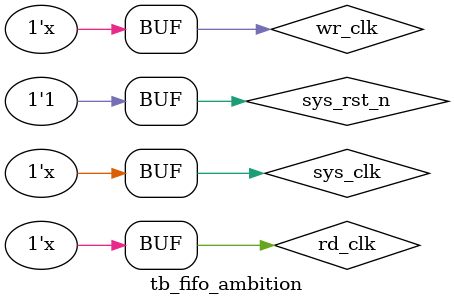
<source format=v>

`timescale 1ns/1ps
module tb_fifo_ambition();
   reg  sys_clk     ;
   reg  sys_rst_n   ;
 
   reg  wr_clk      ;
   reg [15:0] wr_data     ;
   reg  wr_en       ;

   reg  rd_clk      ;
   reg  rd_en       ;
   wire [15:0]  rd_data     ;
   wire empty;

initial begin
    sys_clk = 1'b0;
    wr_clk = 1'b0;
    rd_clk = 1'b0;
    sys_rst_n <= 1'b0;
    #40;
    sys_rst_n <= 1'b1;
end


always #10 sys_clk = ~sys_clk;

always #14   wr_clk = ~wr_clk;

always #42  rd_clk = ~rd_clk;

reg [15:0] cnt_count;

always@(posedge wr_clk or negedge sys_rst_n)
begin
    if(~sys_rst_n)
        cnt_count <= 16'd0;
    else 
        cnt_count <= cnt_count + 1'b1;
end

always@(posedge wr_clk or negedge sys_rst_n)
begin
    if(~sys_rst_n)
        wr_data <= 16'd0;
    else
        wr_data <= cnt_count;
end


always@(posedge wr_clk or negedge sys_rst_n)
begin
    if(~sys_rst_n)
        wr_en <= 1'b0;
    else if(cnt_count == 'd1)
        wr_en <= 1'b1;
    else
        wr_en <= wr_en;
end

always@(posedge rd_clk or negedge sys_rst_n)
begin
    if(~sys_rst_n)
        rd_en <= 1'b0;
    else if(cnt_count >= 'd2)
        rd_en <= 1'b1;
    else
        rd_en <= rd_en;
end

fifo_ambition_top fifo_ambition_inst
(
   .sys_clk    (sys_clk  )  ,
   .sys_rst_n  (sys_rst_n)  ,
  
   .wr_clk     (wr_clk   )  ,
   .wr_data    (wr_data  )  ,
   .wr_en      (wr_en    )  ,
  
   .rd_clk     (rd_clk   )  ,
   .rd_en      (rd_en    )  ,
   .rd_data    (rd_data  ) 


);

endmodule

</source>
